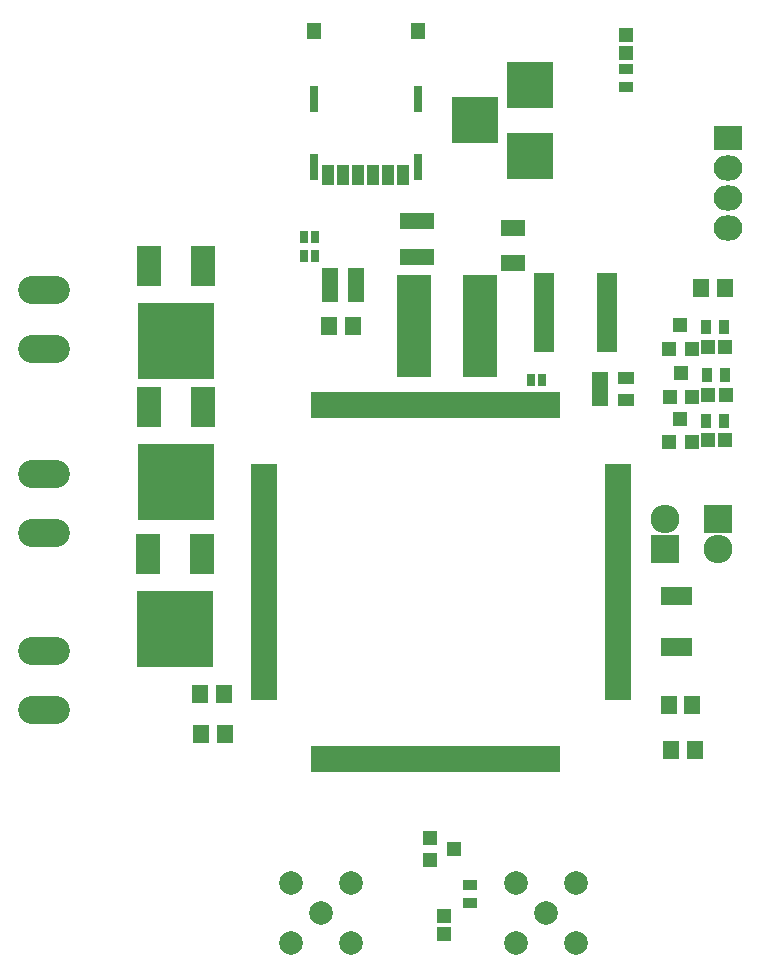
<source format=gts>
G04 #@! TF.FileFunction,Soldermask,Top*
%FSLAX46Y46*%
G04 Gerber Fmt 4.6, Leading zero omitted, Abs format (unit mm)*
G04 Created by KiCad (PCBNEW (2015-05-05 BZR 5645)-product) date Thursday, September 03, 2015 'pmt' 04:49:33 pm*
%MOMM*%
G01*
G04 APERTURE LIST*
%ADD10C,0.100000*%
%ADD11R,2.200000X1.000000*%
%ADD12R,1.000000X2.200000*%
%ADD13R,2.051000X3.448000*%
%ADD14R,6.496000X6.496000*%
%ADD15R,2.000000X1.400000*%
%ADD16R,1.400000X1.650000*%
%ADD17R,2.900000X1.400000*%
%ADD18R,3.900120X3.900120*%
%ADD19R,1.197560X1.197560*%
%ADD20R,3.000000X8.600000*%
%ADD21R,2.432000X2.127200*%
%ADD22O,2.432000X2.127200*%
%ADD23R,2.432000X2.432000*%
%ADD24O,2.432000X2.432000*%
%ADD25C,2.000200*%
%ADD26R,0.800000X1.000000*%
%ADD27R,1.300000X0.900000*%
%ADD28R,0.900000X1.300000*%
%ADD29R,1.460000X1.050000*%
%ADD30R,1.670000X0.806400*%
%ADD31R,0.800000X1.500000*%
%ADD32O,4.362400X2.381200*%
%ADD33R,1.300000X1.400000*%
%ADD34R,0.750000X2.200000*%
%ADD35R,1.050000X1.700000*%
%ADD36R,1.200100X1.200100*%
G04 APERTURE END LIST*
D10*
D11*
X151650000Y-119400000D03*
X121650000Y-100400000D03*
D12*
X126150000Y-124900000D03*
X146150000Y-94900000D03*
X145150000Y-94900000D03*
X144150000Y-94900000D03*
X143150000Y-94900000D03*
X142150000Y-94900000D03*
X141150000Y-94900000D03*
X140150000Y-94900000D03*
X139150000Y-94900000D03*
X138150000Y-94900000D03*
X137150000Y-94900000D03*
X136150000Y-94900000D03*
X135150000Y-94900000D03*
X134150000Y-94900000D03*
X133150000Y-94900000D03*
X132150000Y-94900000D03*
X131150000Y-94900000D03*
X130150000Y-94900000D03*
X129150000Y-94900000D03*
X128150000Y-94900000D03*
X127150000Y-94900000D03*
X126150000Y-94900000D03*
X127150000Y-124900000D03*
X128150000Y-124900000D03*
X129150000Y-124900000D03*
X130150000Y-124900000D03*
X131150000Y-124900000D03*
X132150000Y-124900000D03*
X133150000Y-124900000D03*
X134150000Y-124900000D03*
X135150000Y-124900000D03*
X136150000Y-124900000D03*
X137150000Y-124900000D03*
X138150000Y-124900000D03*
X139150000Y-124900000D03*
X140150000Y-124900000D03*
X141150000Y-124900000D03*
X142150000Y-124900000D03*
X143150000Y-124900000D03*
X144150000Y-124900000D03*
X145150000Y-124900000D03*
X146150000Y-124900000D03*
D11*
X121650000Y-101400000D03*
X121650000Y-102400000D03*
X121650000Y-103400000D03*
X121650000Y-104400000D03*
X121650000Y-105400000D03*
X121650000Y-106400000D03*
X121650000Y-107400000D03*
X121650000Y-108400000D03*
X121650000Y-109400000D03*
X121650000Y-110400000D03*
X121650000Y-111400000D03*
X121650000Y-112400000D03*
X121650000Y-113400000D03*
X121650000Y-114400000D03*
X121650000Y-115400000D03*
X121650000Y-116400000D03*
X121650000Y-117400000D03*
X121650000Y-118400000D03*
X121650000Y-119400000D03*
X151650000Y-118400000D03*
X151650000Y-117400000D03*
X151650000Y-116400000D03*
X151650000Y-115400000D03*
X151650000Y-114400000D03*
X151650000Y-113400000D03*
X151650000Y-112400000D03*
X151650000Y-111400000D03*
X151650000Y-110400000D03*
X151650000Y-109400000D03*
X151650000Y-108400000D03*
X151650000Y-107400000D03*
X151650000Y-106400000D03*
X151650000Y-105400000D03*
X151650000Y-104400000D03*
X151650000Y-103400000D03*
X151650000Y-102400000D03*
X151650000Y-101400000D03*
X151650000Y-100400000D03*
D13*
X116386000Y-107537000D03*
D14*
X114100000Y-113887000D03*
D13*
X111814000Y-107537000D03*
X116436000Y-95037000D03*
D14*
X114150000Y-101387000D03*
D13*
X111864000Y-95037000D03*
X116436000Y-83137000D03*
D14*
X114150000Y-89487000D03*
D13*
X111864000Y-83137000D03*
D15*
X142700000Y-82900000D03*
X142700000Y-79900000D03*
D16*
X127150000Y-88200000D03*
X129150000Y-88200000D03*
D17*
X134550000Y-82350000D03*
X134550000Y-79350000D03*
D16*
X155900000Y-120300000D03*
X157900000Y-120300000D03*
X116250000Y-119350000D03*
X118250000Y-119350000D03*
X158100000Y-124100000D03*
X156100000Y-124100000D03*
X118300000Y-122750000D03*
X116300000Y-122750000D03*
D18*
X144200000Y-73800140D03*
X144200000Y-67800660D03*
X139501000Y-70800400D03*
D19*
X136900000Y-138150700D03*
X136900000Y-139649300D03*
X160699300Y-97900000D03*
X159200700Y-97900000D03*
X152250000Y-65099300D03*
X152250000Y-63600700D03*
D20*
X134300000Y-88250000D03*
X139900000Y-88250000D03*
D21*
X160900000Y-72300000D03*
D22*
X160900000Y-74840000D03*
X160900000Y-77380000D03*
X160900000Y-79920000D03*
D23*
X160050000Y-104550000D03*
D24*
X160050000Y-107090000D03*
D23*
X155550000Y-107100000D03*
D24*
X155550000Y-104560000D03*
D25*
X123960000Y-135360000D03*
X123960000Y-140440000D03*
X129040000Y-135360000D03*
X129040000Y-140440000D03*
X126500000Y-137900000D03*
X142960000Y-135360000D03*
X142960000Y-140440000D03*
X148040000Y-135360000D03*
X148040000Y-140440000D03*
X145500000Y-137900000D03*
D26*
X125950000Y-80700000D03*
X125050000Y-80700000D03*
X125950000Y-82300000D03*
X125050000Y-82300000D03*
X144250000Y-92800000D03*
X145150000Y-92800000D03*
D27*
X139100000Y-137050000D03*
X139100000Y-135550000D03*
D28*
X160600000Y-96250000D03*
X159100000Y-96250000D03*
D27*
X152250000Y-66450000D03*
X152250000Y-67950000D03*
D29*
X129400000Y-85700000D03*
X129400000Y-84750000D03*
X129400000Y-83800000D03*
X127200000Y-83800000D03*
X127200000Y-85700000D03*
X127200000Y-84750000D03*
D30*
X150717000Y-89971000D03*
X150717000Y-89336000D03*
X150717000Y-88675600D03*
X150717000Y-88015200D03*
X150717000Y-87380200D03*
X150717000Y-86719800D03*
X150717000Y-86059400D03*
X150717000Y-85424400D03*
X150717000Y-84764000D03*
X150717000Y-84129000D03*
X145383000Y-84129000D03*
X145383000Y-84764000D03*
X145383000Y-85424400D03*
X145383000Y-86059400D03*
X145383000Y-86719800D03*
X145383000Y-87380200D03*
X145383000Y-88015200D03*
X145383000Y-88675600D03*
X145383000Y-89336000D03*
X145383000Y-89971000D03*
D16*
X158650000Y-85000000D03*
X160650000Y-85000000D03*
D29*
X150050000Y-92600000D03*
X150050000Y-93550000D03*
X150050000Y-94500000D03*
X152250000Y-94500000D03*
X152250000Y-92600000D03*
D31*
X157525000Y-111100000D03*
X156875000Y-111100000D03*
X156225000Y-111100000D03*
X155575000Y-111100000D03*
X155575000Y-115400000D03*
X156225000Y-115400000D03*
X156875000Y-115400000D03*
X157525000Y-115400000D03*
D32*
X103000000Y-120750000D03*
X103000000Y-115750000D03*
X103000000Y-105750000D03*
X103000000Y-100750000D03*
X103000000Y-90150000D03*
X103000000Y-85150000D03*
D33*
X125850000Y-63260000D03*
D34*
X125830000Y-68980000D03*
X134670000Y-68980000D03*
X125830000Y-74730000D03*
D35*
X129615000Y-75400000D03*
X130885000Y-75400000D03*
X128345000Y-75400000D03*
X127075000Y-75400000D03*
X132155000Y-75400000D03*
X133425000Y-75400000D03*
D34*
X134670000Y-74730000D03*
D33*
X134650000Y-63260000D03*
D19*
X160749300Y-94050000D03*
X159250700Y-94050000D03*
X160699300Y-89950000D03*
X159200700Y-89950000D03*
D28*
X160650000Y-92400000D03*
X159150000Y-92400000D03*
X160600000Y-88300000D03*
X159100000Y-88300000D03*
D36*
X156000000Y-94200760D03*
X157900000Y-94200760D03*
X156950000Y-92201780D03*
X155950000Y-90125761D03*
X157850000Y-90125761D03*
X156900000Y-88126781D03*
X135699240Y-131550000D03*
X135699240Y-133450000D03*
X137698220Y-132500000D03*
X155950000Y-98050760D03*
X157850000Y-98050760D03*
X156900000Y-96051780D03*
M02*

</source>
